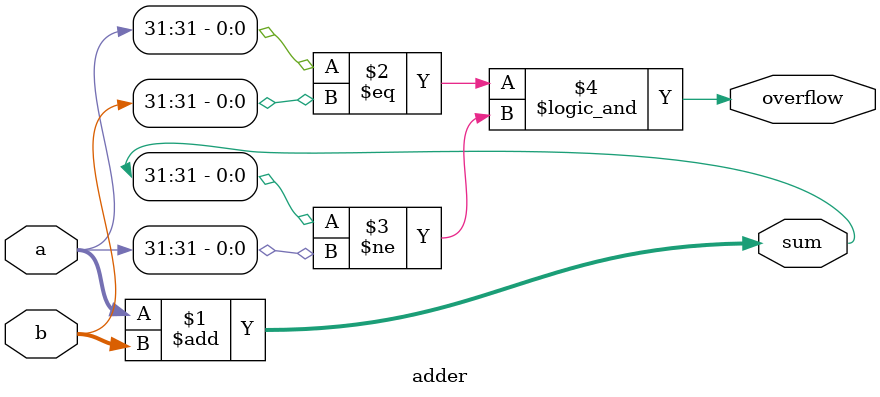
<source format=v>
module adder (
    input  signed [31:0] a,
    input  signed [31:0] b,
    output signed [31:0] sum,
    output        overflow
);

    assign sum = a + b;

    assign overflow = ((a[31] == b[31]) && (sum[31] != a[31]));

endmodule

</source>
